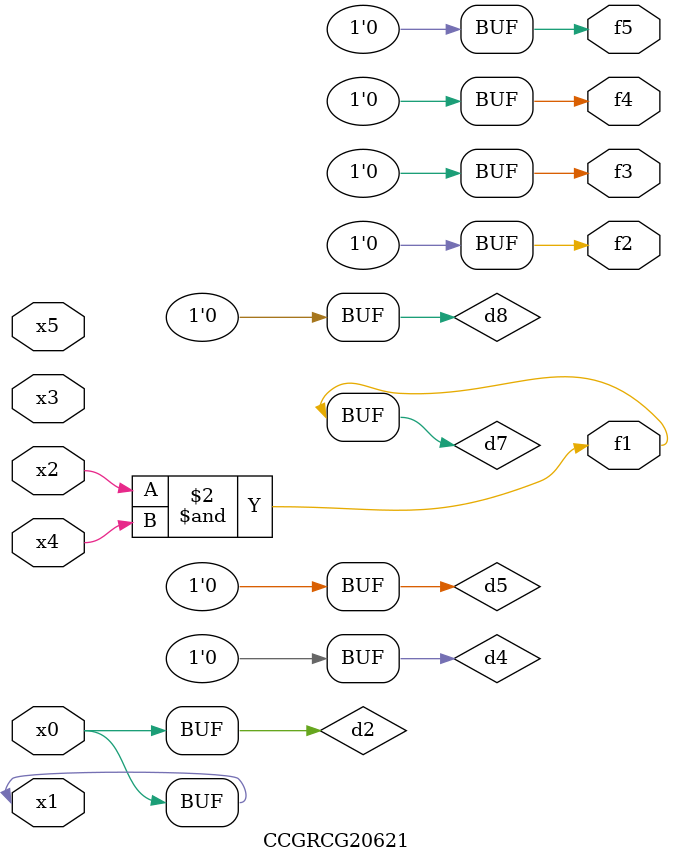
<source format=v>
module CCGRCG20621(
	input x0, x1, x2, x3, x4, x5,
	output f1, f2, f3, f4, f5
);

	wire d1, d2, d3, d4, d5, d6, d7, d8, d9;

	nand (d1, x1);
	buf (d2, x0, x1);
	nand (d3, x2, x4);
	and (d4, d1, d2);
	and (d5, d1, d2);
	nand (d6, d1, d3);
	not (d7, d3);
	xor (d8, d5);
	nor (d9, d5, d6);
	assign f1 = d7;
	assign f2 = d8;
	assign f3 = d8;
	assign f4 = d8;
	assign f5 = d8;
endmodule

</source>
